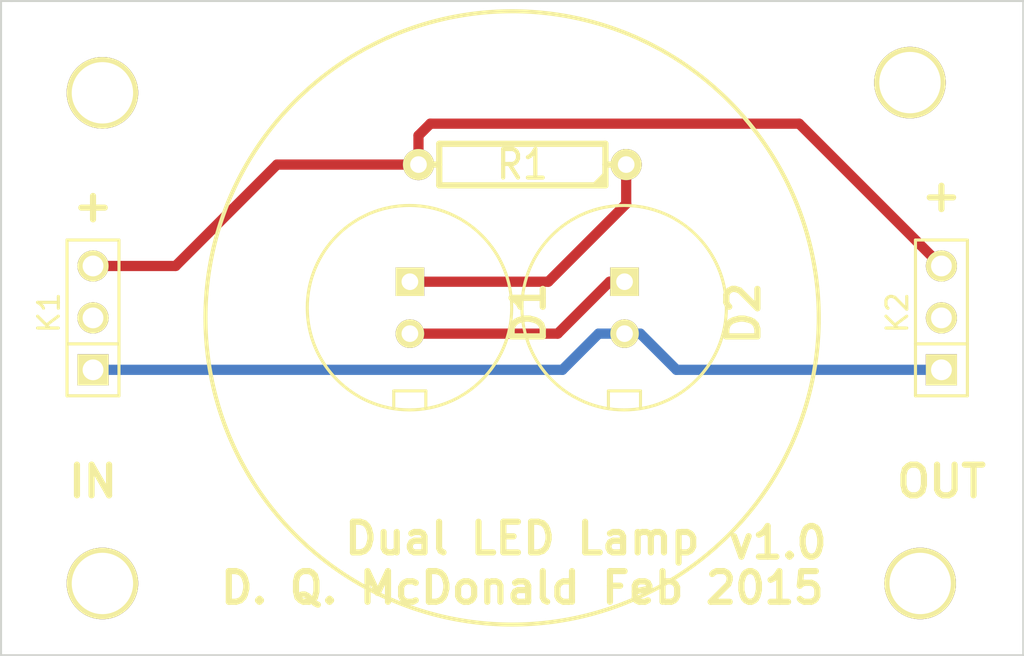
<source format=kicad_pcb>
(kicad_pcb (version 3) (host pcbnew "(2014-02-26 BZR 4721)-product")

  (general
    (links 6)
    (no_connects 0)
    (area 131.889372 101.949999 183.050001 134.050001)
    (thickness 1.6)
    (drawings 12)
    (tracks 19)
    (zones 0)
    (modules 9)
    (nets 7)
  )

  (page A4)
  (title_block
    (title "LED Lamp")
    (date 9/2/2015)
    (comment 1 "Quentin McDonald")
  )

  (layers
    (15 F.Cu signal)
    (0 B.Cu signal)
    (16 B.Adhes user)
    (17 F.Adhes user)
    (18 B.Paste user)
    (19 F.Paste user)
    (20 B.SilkS user)
    (21 F.SilkS user)
    (22 B.Mask user)
    (23 F.Mask user)
    (24 Dwgs.User user)
    (25 Cmts.User user)
    (26 Eco1.User user)
    (27 Eco2.User user)
    (28 Edge.Cuts user)
  )

  (setup
    (last_trace_width 0.5)
    (trace_clearance 0.4)
    (zone_clearance 0.508)
    (zone_45_only no)
    (trace_min 0.254)
    (segment_width 0.2)
    (edge_width 0.1)
    (via_size 0.889)
    (via_drill 0.635)
    (via_min_size 0.889)
    (via_min_drill 0.508)
    (uvia_size 0.508)
    (uvia_drill 0.127)
    (uvias_allowed no)
    (uvia_min_size 0.508)
    (uvia_min_drill 0.127)
    (pcb_text_width 0.3)
    (pcb_text_size 1.5 1.5)
    (mod_edge_width 0.15)
    (mod_text_size 1 1)
    (mod_text_width 0.15)
    (pad_size 3.5 3.5)
    (pad_drill 3)
    (pad_to_mask_clearance 0)
    (aux_axis_origin 0 0)
    (visible_elements FFFFFF7F)
    (pcbplotparams
      (layerselection 283148289)
      (usegerberextensions true)
      (excludeedgelayer true)
      (linewidth 0.150000)
      (plotframeref false)
      (viasonmask false)
      (mode 1)
      (useauxorigin false)
      (hpglpennumber 1)
      (hpglpenspeed 20)
      (hpglpendiameter 15)
      (hpglpenoverlay 2)
      (psnegative false)
      (psa4output false)
      (plotreference true)
      (plotvalue true)
      (plotothertext true)
      (plotinvisibletext false)
      (padsonsilk false)
      (subtractmaskfromsilk false)
      (outputformat 1)
      (mirror false)
      (drillshape 0)
      (scaleselection 1)
      (outputdirectory Gerber/))
  )

  (net 0 "")
  (net 1 "Net-(D1-Pad1)")
  (net 2 "Net-(D1-Pad2)")
  (net 3 "Net-(D2-Pad2)")
  (net 4 "Net-(K1-Pad2)")
  (net 5 "Net-(K1-Pad3)")
  (net 6 "Net-(K2-Pad2)")

  (net_class Default "This is the default net class."
    (clearance 0.4)
    (trace_width 0.5)
    (via_dia 0.889)
    (via_drill 0.635)
    (uvia_dia 0.508)
    (uvia_drill 0.127)
    (add_net "")
    (add_net "Net-(D1-Pad1)")
    (add_net "Net-(D1-Pad2)")
    (add_net "Net-(D2-Pad2)")
    (add_net "Net-(K1-Pad2)")
    (add_net "Net-(K1-Pad3)")
    (add_net "Net-(K2-Pad2)")
  )

  (module DQM:LED10mm (layer F.Cu) (tedit 54D7E402) (tstamp 54D7E849)
    (at 153 117 270)
    (descr "Led verticale diam 6mm")
    (tags "LED DEV")
    (path /54D7DEC9)
    (fp_text reference D1 (at 0.28 -5.81 270) (layer F.SilkS)
      (effects (font (thickness 0.3048)))
    )
    (fp_text value LED (at 0.67 -2.28 270) (layer F.SilkS) hide
      (effects (font (thickness 0.3048)))
    )
    (fp_line (start 4.91 -0.78) (end 4.07 -0.78) (layer F.SilkS) (width 0.15))
    (fp_line (start 4.07 -0.78) (end 4.07 0.79) (layer F.SilkS) (width 0.15))
    (fp_line (start 4.07 0.79) (end 4.93 0.79) (layer F.SilkS) (width 0.15))
    (fp_circle (center 0 0.02) (end 5 0.05) (layer F.SilkS) (width 0.15))
    (pad 1 thru_hole rect (at -1.27 0 270) (size 1.397 1.397) (drill 0.8128) (layers *.Cu *.Mask F.SilkS)
      (net 1 "Net-(D1-Pad1)"))
    (pad 2 thru_hole circle (at 1.27 0 270) (size 1.397 1.397) (drill 0.8128) (layers *.Cu *.Mask F.SilkS)
      (net 2 "Net-(D1-Pad2)"))
    (model discret/led5_vertical.wrl
      (at (xyz 0 0 0))
      (scale (xyz 1 1 1))
      (rotate (xyz 0 0 0))
    )
  )

  (module DQM:LED10mm (layer F.Cu) (tedit 54D7E402) (tstamp 54D7E853)
    (at 163.5 117 270)
    (descr "Led verticale diam 6mm")
    (tags "LED DEV")
    (path /54D7DEDD)
    (fp_text reference D2 (at 0.28 -5.81 270) (layer F.SilkS)
      (effects (font (thickness 0.3048)))
    )
    (fp_text value LED (at 0.67 -2.28 270) (layer F.SilkS) hide
      (effects (font (thickness 0.3048)))
    )
    (fp_line (start 4.91 -0.78) (end 4.07 -0.78) (layer F.SilkS) (width 0.15))
    (fp_line (start 4.07 -0.78) (end 4.07 0.79) (layer F.SilkS) (width 0.15))
    (fp_line (start 4.07 0.79) (end 4.93 0.79) (layer F.SilkS) (width 0.15))
    (fp_circle (center 0 0.02) (end 5 0.05) (layer F.SilkS) (width 0.15))
    (pad 1 thru_hole rect (at -1.27 0 270) (size 1.397 1.397) (drill 0.8128) (layers *.Cu *.Mask F.SilkS)
      (net 2 "Net-(D1-Pad2)"))
    (pad 2 thru_hole circle (at 1.27 0 270) (size 1.397 1.397) (drill 0.8128) (layers *.Cu *.Mask F.SilkS)
      (net 3 "Net-(D2-Pad2)"))
    (model discret/led5_vertical.wrl
      (at (xyz 0 0 0))
      (scale (xyz 1 1 1))
      (rotate (xyz 0 0 0))
    )
  )

  (module pin_array:PIN_ARRAY_3X1 (layer F.Cu) (tedit 4C1130E0) (tstamp 54D7E85F)
    (at 137.5 117.5 90)
    (descr "Connecteur 3 pins")
    (tags "CONN DEV")
    (path /54D7DDF3)
    (fp_text reference K1 (at 0.254 -2.159 90) (layer F.SilkS)
      (effects (font (size 1.016 1.016) (thickness 0.1524)))
    )
    (fp_text value CONN_3 (at 0 -2.159 90) (layer F.SilkS) hide
      (effects (font (size 1.016 1.016) (thickness 0.1524)))
    )
    (fp_line (start -3.81 1.27) (end -3.81 -1.27) (layer F.SilkS) (width 0.1524))
    (fp_line (start -3.81 -1.27) (end 3.81 -1.27) (layer F.SilkS) (width 0.1524))
    (fp_line (start 3.81 -1.27) (end 3.81 1.27) (layer F.SilkS) (width 0.1524))
    (fp_line (start 3.81 1.27) (end -3.81 1.27) (layer F.SilkS) (width 0.1524))
    (fp_line (start -1.27 -1.27) (end -1.27 1.27) (layer F.SilkS) (width 0.1524))
    (pad 1 thru_hole rect (at -2.54 0 90) (size 1.524 1.524) (drill 1.016) (layers *.Cu *.Mask F.SilkS)
      (net 3 "Net-(D2-Pad2)"))
    (pad 2 thru_hole circle (at 0 0 90) (size 1.524 1.524) (drill 1.016) (layers *.Cu *.Mask F.SilkS)
      (net 4 "Net-(K1-Pad2)"))
    (pad 3 thru_hole circle (at 2.54 0 90) (size 1.524 1.524) (drill 1.016) (layers *.Cu *.Mask F.SilkS)
      (net 5 "Net-(K1-Pad3)"))
    (model pin_array/pins_array_3x1.wrl
      (at (xyz 0 0 0))
      (scale (xyz 1 1 1))
      (rotate (xyz 0 0 0))
    )
  )

  (module pin_array:PIN_ARRAY_3X1 (layer F.Cu) (tedit 4C1130E0) (tstamp 54D7E86B)
    (at 179 117.5 90)
    (descr "Connecteur 3 pins")
    (tags "CONN DEV")
    (path /54D7DE13)
    (fp_text reference K2 (at 0.254 -2.159 90) (layer F.SilkS)
      (effects (font (size 1.016 1.016) (thickness 0.1524)))
    )
    (fp_text value CONN_3 (at 0 -2.159 90) (layer F.SilkS) hide
      (effects (font (size 1.016 1.016) (thickness 0.1524)))
    )
    (fp_line (start -3.81 1.27) (end -3.81 -1.27) (layer F.SilkS) (width 0.1524))
    (fp_line (start -3.81 -1.27) (end 3.81 -1.27) (layer F.SilkS) (width 0.1524))
    (fp_line (start 3.81 -1.27) (end 3.81 1.27) (layer F.SilkS) (width 0.1524))
    (fp_line (start 3.81 1.27) (end -3.81 1.27) (layer F.SilkS) (width 0.1524))
    (fp_line (start -1.27 -1.27) (end -1.27 1.27) (layer F.SilkS) (width 0.1524))
    (pad 1 thru_hole rect (at -2.54 0 90) (size 1.524 1.524) (drill 1.016) (layers *.Cu *.Mask F.SilkS)
      (net 3 "Net-(D2-Pad2)"))
    (pad 2 thru_hole circle (at 0 0 90) (size 1.524 1.524) (drill 1.016) (layers *.Cu *.Mask F.SilkS)
      (net 6 "Net-(K2-Pad2)"))
    (pad 3 thru_hole circle (at 2.54 0 90) (size 1.524 1.524) (drill 1.016) (layers *.Cu *.Mask F.SilkS)
      (net 5 "Net-(K1-Pad3)"))
    (model pin_array/pins_array_3x1.wrl
      (at (xyz 0 0 0))
      (scale (xyz 1 1 1))
      (rotate (xyz 0 0 0))
    )
  )

  (module discret:R4 (layer F.Cu) (tedit 54D7E590) (tstamp 54D7E879)
    (at 158.5 110 180)
    (descr "Resitance 4 pas")
    (tags R)
    (path /54D7DE38)
    (autoplace_cost180 10)
    (fp_text reference R1 (at 0 0 180) (layer F.SilkS)
      (effects (font (size 1.397 1.27) (thickness 0.2032)))
    )
    (fp_text value "180 Ohm" (at 0 0 180) (layer F.SilkS) hide
      (effects (font (size 1.397 1.27) (thickness 0.2032)))
    )
    (fp_line (start -5.08 0) (end -4.064 0) (layer F.SilkS) (width 0.3048))
    (fp_line (start -4.064 0) (end -4.064 -1.016) (layer F.SilkS) (width 0.3048))
    (fp_line (start -4.064 -1.016) (end 4.064 -1.016) (layer F.SilkS) (width 0.3048))
    (fp_line (start 4.064 -1.016) (end 4.064 1.016) (layer F.SilkS) (width 0.3048))
    (fp_line (start 4.064 1.016) (end -4.064 1.016) (layer F.SilkS) (width 0.3048))
    (fp_line (start -4.064 1.016) (end -4.064 0) (layer F.SilkS) (width 0.3048))
    (fp_line (start -4.064 -0.508) (end -3.556 -1.016) (layer F.SilkS) (width 0.3048))
    (fp_line (start 5.08 0) (end 4.064 0) (layer F.SilkS) (width 0.3048))
    (pad 1 thru_hole circle (at -5.08 0 180) (size 1.524 1.524) (drill 0.8128) (layers *.Cu *.Mask F.SilkS)
      (net 1 "Net-(D1-Pad1)"))
    (pad 2 thru_hole circle (at 5.08 0 180) (size 1.524 1.524) (drill 0.8128) (layers *.Cu *.Mask F.SilkS)
      (net 5 "Net-(K1-Pad3)"))
    (model discret/resistor.wrl
      (at (xyz 0 0 0))
      (scale (xyz 0.4 0.4 0.4))
      (rotate (xyz 0 0 0))
    )
  )

  (module DQM:3MMMountingHole (layer F.Cu) (tedit 54D7E7D5) (tstamp 54EEBEBB)
    (at 177.5 105)
    (fp_text reference "" (at 0 0) (layer F.SilkS)
      (effects (font (size 1 1) (thickness 0.15)))
    )
    (fp_text value "" (at 0 0) (layer F.SilkS)
      (effects (font (size 1 1) (thickness 0.15)))
    )
    (pad 1 thru_hole circle (at -0.04 0.99) (size 3.5 3.5) (drill 3) (layers *.Cu *.Mask F.SilkS))
  )

  (module DQM:3MMMountingHole (layer F.Cu) (tedit 54D7E7D5) (tstamp 54EEBEC4)
    (at 138 105.5)
    (fp_text reference "" (at 0 0) (layer F.SilkS)
      (effects (font (size 1 1) (thickness 0.15)))
    )
    (fp_text value "" (at 0 0) (layer F.SilkS)
      (effects (font (size 1 1) (thickness 0.15)))
    )
    (pad 1 thru_hole circle (at -0.04 0.99) (size 3.5 3.5) (drill 3) (layers *.Cu *.Mask F.SilkS))
  )

  (module DQM:3MMMountingHole (layer F.Cu) (tedit 54D7E7D5) (tstamp 54EEBECD)
    (at 138 129.5)
    (fp_text reference "" (at 0 0) (layer F.SilkS)
      (effects (font (size 1 1) (thickness 0.15)))
    )
    (fp_text value "" (at 0 0) (layer F.SilkS)
      (effects (font (size 1 1) (thickness 0.15)))
    )
    (pad 1 thru_hole circle (at -0.04 0.99) (size 3.5 3.5) (drill 3) (layers *.Cu *.Mask F.SilkS))
  )

  (module DQM:3MMMountingHole (layer F.Cu) (tedit 54D7E7D5) (tstamp 54EEBED6)
    (at 178 129.5)
    (fp_text reference "" (at 0 0) (layer F.SilkS)
      (effects (font (size 1 1) (thickness 0.15)))
    )
    (fp_text value "" (at 0 0) (layer F.SilkS)
      (effects (font (size 1 1) (thickness 0.15)))
    )
    (pad 1 thru_hole circle (at -0.04 0.99) (size 3.5 3.5) (drill 3) (layers *.Cu *.Mask F.SilkS))
  )

  (gr_text v1.0 (at 171 128.5) (layer F.SilkS)
    (effects (font (size 1.5 1.5) (thickness 0.3)))
  )
  (gr_text "Dual LED Lamp\nD. Q. McDonald Feb 2015" (at 158.5 129.5) (layer F.SilkS)
    (effects (font (size 1.5 1.5) (thickness 0.3)))
  )
  (gr_text OUT (at 179 125.5) (layer F.SilkS)
    (effects (font (size 1.5 1.5) (thickness 0.3)))
  )
  (gr_text IN (at 137.5 125.5) (layer F.SilkS)
    (effects (font (size 1.5 1.5) (thickness 0.3)))
  )
  (gr_line (start 133 102) (end 133.5 102) (angle 90) (layer Edge.Cuts) (width 0.1))
  (gr_line (start 133 134) (end 133 102) (angle 90) (layer Edge.Cuts) (width 0.1))
  (gr_line (start 183 134) (end 133 134) (angle 90) (layer Edge.Cuts) (width 0.1))
  (gr_line (start 183 102) (end 183 134) (angle 90) (layer Edge.Cuts) (width 0.1))
  (gr_line (start 133.5 102) (end 183 102) (angle 90) (layer Edge.Cuts) (width 0.1))
  (gr_text + (at 179 111.5) (layer F.SilkS)
    (effects (font (size 1.5 1.5) (thickness 0.3)))
  )
  (gr_text + (at 137.5 112) (layer F.SilkS)
    (effects (font (size 1.5 1.5) (thickness 0.3)))
  )
  (gr_circle (center 158 117.5) (end 173 117.5) (layer F.SilkS) (width 0.2))

  (segment (start 163.58 110) (end 163.58 111.92) (width 0.5) (layer F.Cu) (net 1))
  (segment (start 159.77 115.73) (end 153 115.73) (width 0.5) (layer F.Cu) (net 1) (tstamp 54D7E9FA))
  (segment (start 163.58 111.92) (end 159.77 115.73) (width 0.5) (layer F.Cu) (net 1) (tstamp 54D7E9F9))
  (segment (start 153 118.27) (end 160.23 118.27) (width 0.5) (layer F.Cu) (net 2))
  (segment (start 162.77 115.73) (end 163.5 115.73) (width 0.5) (layer F.Cu) (net 2) (tstamp 54D7E9FF))
  (segment (start 160.23 118.27) (end 162.77 115.73) (width 0.5) (layer F.Cu) (net 2) (tstamp 54D7E9FE))
  (segment (start 163.5 118.27) (end 164.27 118.27) (width 0.5) (layer B.Cu) (net 3))
  (segment (start 166.04 120.04) (end 179 120.04) (width 0.5) (layer B.Cu) (net 3) (tstamp 54EEBEE8))
  (segment (start 164.27 118.27) (end 166.04 120.04) (width 0.5) (layer B.Cu) (net 3) (tstamp 54EEBEE7))
  (segment (start 137.5 120.04) (end 160.46 120.04) (width 0.5) (layer B.Cu) (net 3))
  (segment (start 162.23 118.27) (end 163.5 118.27) (width 0.5) (layer B.Cu) (net 3) (tstamp 54EEBEE4))
  (segment (start 160.46 120.04) (end 162.23 118.27) (width 0.5) (layer B.Cu) (net 3) (tstamp 54EEBEE3))
  (segment (start 153.42 110) (end 153.42 108.58) (width 0.5) (layer F.Cu) (net 5))
  (segment (start 172.04 108) (end 179 114.96) (width 0.5) (layer F.Cu) (net 5) (tstamp 54D7EA04))
  (segment (start 154 108) (end 172.04 108) (width 0.5) (layer F.Cu) (net 5) (tstamp 54D7EA03))
  (segment (start 153.42 108.58) (end 154 108) (width 0.5) (layer F.Cu) (net 5) (tstamp 54D7EA02))
  (segment (start 137.5 114.96) (end 141.54 114.96) (width 0.5) (layer F.Cu) (net 5))
  (segment (start 146.5 110) (end 153.42 110) (width 0.5) (layer F.Cu) (net 5) (tstamp 54D7E9F5))
  (segment (start 141.54 114.96) (end 146.5 110) (width 0.5) (layer F.Cu) (net 5) (tstamp 54D7E9F3))

)

</source>
